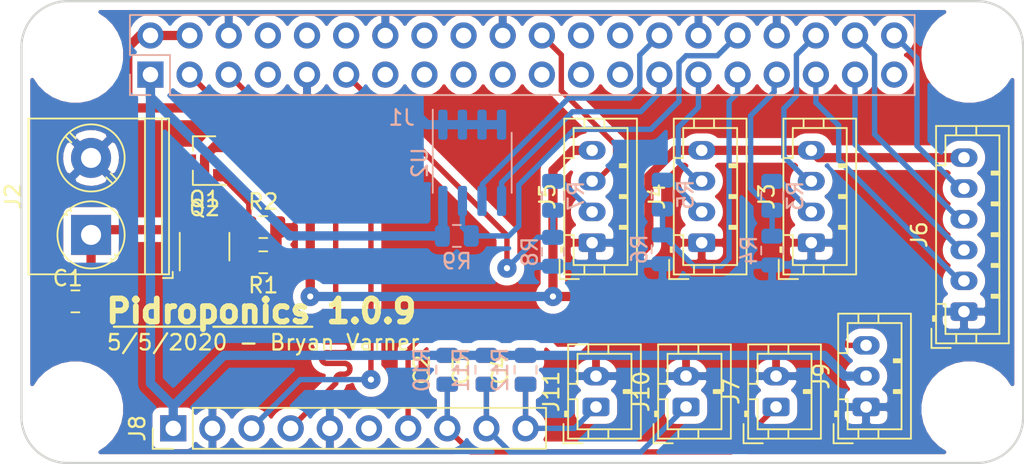
<source format=kicad_pcb>
(kicad_pcb (version 20171130) (host pcbnew 5.1.4+dfsg1-1)
  (title_block (title "Raspberry Pi Zero (W) uHAT Template Board") (date 2019-02-28) (rev 1.0) (comment 1 "This PCB design is licensed under MIT Open Source License."))
  (layers (0 F.Cu signal) (31 B.Cu signal) (34 B.Paste user) (35 F.Paste user) (36 B.SilkS user) (37 F.SilkS user) (38 B.Mask user) (39 F.Mask user) (44 Edge.Cuts user))
  (net 0 "")
  (net 1 +3V3)
  (net 2 +5V)
  (net 3 GND)
  (net 4 /GPIO5)
  (net 5 /GPIO6)
  (net 6 /GPIO13)
  (net 7 /GPIO19)
  (net 8 /GPIO16)
  (net 9 /GPIO26)
  (net 10 /GPIO20)
  (net 11 /GPIO21)
  (net 12 "Net-(Q1-Pad1)")
  (net 13 "Net-(Q2-Pad1)")
  (net 14 /GPIO17)
  (net 15 /GPIO25)
  (net 16 /ECHO_0)
  (net 17 /ECHO_1)
  (net 18 /ECHO_2)
  (net 19 /ID_SD)
  (net 20 /ID_SC)
  (net 21 /GPIO12)
  (net 22 /GPIO2_SDA1)
  (net 23 /GPIO3_SCL1)
  (net 24 /A3)
  (net 25 /A2)
  (net 26 /A1)
  (net 27 /A0)
  (net 28 /EXT5V)
  (module Resistor_SMD:R_0805_2012Metric (layer B.Cu) (at 145.162 115.015 270)
    (fp_text reference R10 (at 0 1.65 270) (layer B.SilkS) (effects (justify mirror)))
    (fp_text value 4.7k)
    (pad 2 smd roundrect (at 0.9375 0 270) (size 0.975 1.4) (layers B.Cu B.Paste B.Mask) (net 26 /A1))
    (pad 1 smd roundrect (at -0.9375 0 270) (size 0.975 1.4) (layers B.Cu B.Paste B.Mask) (net 1 +3V3))
  )
  (module Connector_PinHeader_2.54mm:PinHeader_1x10_P2.54mm_Vertical (layer F.Cu) (at 127.382 118.818 90)
    (fp_text reference J8 (at 0 -2.33 90) (layer F.SilkS))
    (fp_text value "TI ADS1115 Breakout Board")
    (pad 10 thru_hole oval (at 0 22.86 90) (size 1.7 1.7) (drill 1) (layers *.Cu *.Mask) (net 24 /A3))
    (pad 9 thru_hole oval (at 0 20.32 90) (size 1.7 1.7) (drill 1) (layers *.Cu *.Mask) (net 25 /A2))
    (pad 8 thru_hole oval (at 0 17.78 90) (size 1.7 1.7) (drill 1) (layers *.Cu *.Mask) (net 26 /A1))
    (pad 7 thru_hole oval (at 0 15.24 90) (size 1.7 1.7) (drill 1) (layers *.Cu *.Mask) (net 27 /A0))
    (pad 6 thru_hole oval (at 0 12.7 90) (size 1.7 1.7) (drill 1) (layers *.Cu *.Mask))
    (pad 5 thru_hole oval (at 0 10.16 90) (size 1.7 1.7) (drill 1) (layers *.Cu *.Mask) (net 3 GND))
    (pad 4 thru_hole oval (at 0 7.62 90) (size 1.7 1.7) (drill 1) (layers *.Cu *.Mask) (net 22 /GPIO2_SDA1))
    (pad 3 thru_hole oval (at 0 5.08 90) (size 1.7 1.7) (drill 1) (layers *.Cu *.Mask) (net 23 /GPIO3_SCL1))
    (pad 2 thru_hole oval (at 0 2.54 90) (size 1.7 1.7) (drill 1) (layers *.Cu *.Mask) (net 3 GND))
    (pad 1 thru_hole rect (at 0 0 90) (size 1.7 1.7) (drill 1) (layers *.Cu *.Mask) (net 1 +3V3))
  )
  (module Resistor_SMD:R_0805_2012Metric (layer F.Cu) (at 133.224 105.744)
    (fp_text reference R2 (at 0 -1.65 180) (layer F.SilkS))
    (fp_text value 47K)
    (pad 2 smd roundrect (at 0.9375 0) (size 0.975 1.4) (layers F.Cu F.Paste F.Mask) (net 3 GND))
    (pad 1 smd roundrect (at -0.9375 0) (size 0.975 1.4) (layers F.Cu F.Paste F.Mask) (net 12 "Net-(Q1-Pad1)"))
  )
  (module Resistor_SMD:R_0805_2012Metric (layer B.Cu) (at 150.242 115.015 270)
    (fp_text reference R12 (at 0 1.65 270) (layer B.SilkS) (effects (justify mirror)))
    (fp_text value 4.7k)
    (pad 2 smd roundrect (at 0.9375 0 270) (size 0.975 1.4) (layers B.Cu B.Paste B.Mask) (net 24 /A3))
    (pad 1 smd roundrect (at -0.9375 0 270) (size 0.975 1.4) (layers B.Cu B.Paste B.Mask) (net 1 +3V3))
  )
  (module Resistor_SMD:R_0805_2012Metric (layer B.Cu) (at 147.702 115.015 270)
    (fp_text reference R11 (at 0 1.65 270) (layer B.SilkS) (effects (justify mirror)))
    (fp_text value 4.7k)
    (pad 2 smd roundrect (at 0.9375 0 270) (size 0.975 1.4) (layers B.Cu B.Paste B.Mask) (net 25 /A2))
    (pad 1 smd roundrect (at -0.9375 0 270) (size 0.975 1.4) (layers B.Cu B.Paste B.Mask) (net 1 +3V3))
  )
  (module Connector_JST:JST_PH_B2B-PH-K_1x02_P2.00mm_Vertical (layer F.Cu) (at 154.814 117.428 90)
    (fp_text reference J11 (at 1 -2.9 90) (layer F.SilkS))
    (fp_text value "Therm 2")
    (pad 2 thru_hole oval (at 2 0 90) (size 1.2 1.75) (drill 0.75) (layers *.Cu *.Mask) (net 3 GND))
    (pad 1 thru_hole roundrect (at 0 0 90) (size 1.2 1.75) (drill 0.75) (layers *.Cu *.Mask) (roundrect_rratio 0.208333) (net 24 /A3))
  )
  (module Connector_JST:JST_PH_B2B-PH-K_1x02_P2.00mm_Vertical (layer F.Cu) (at 160.656 117.428 90)
    (fp_text reference J10 (at 1 -2.9 90) (layer F.SilkS))
    (fp_text value "Therm 1")
    (pad 2 thru_hole oval (at 2 0 90) (size 1.2 1.75) (drill 0.75) (layers *.Cu *.Mask) (net 3 GND))
    (pad 1 thru_hole roundrect (at 0 0 90) (size 1.2 1.75) (drill 0.75) (layers *.Cu *.Mask) (roundrect_rratio 0.208333) (net 25 /A2))
  )
  (module Connector_JST:JST_PH_B3B-PH-K_1x03_P2.00mm_Vertical (layer F.Cu) (at 172.34 117.428 90)
    (fp_text reference J9 (at 2 -2.9 90) (layer F.SilkS))
    (fp_text value "Analog PH")
    (pad 3 thru_hole oval (at 4 0 90) (size 1.2 1.75) (drill 0.75) (layers *.Cu *.Mask) (net 27 /A0))
    (pad 2 thru_hole oval (at 2 0 90) (size 1.2 1.75) (drill 0.75) (layers *.Cu *.Mask) (net 1 +3V3))
    (pad 1 thru_hole roundrect (at 0 0 90) (size 1.2 1.75) (drill 0.75) (layers *.Cu *.Mask) (roundrect_rratio 0.208333) (net 3 GND))
  )
  (module Connector_JST:JST_PH_B2B-PH-K_1x02_P2.00mm_Vertical (layer F.Cu) (at 166.498 117.428 90)
    (fp_text reference J7 (at 1 -2.9 90) (layer F.SilkS))
    (fp_text value "Therm 0")
    (pad 2 thru_hole oval (at 2 0 90) (size 1.2 1.75) (drill 0.75) (layers *.Cu *.Mask) (net 3 GND))
    (pad 1 thru_hole roundrect (at 0 0 90) (size 1.2 1.75) (drill 0.75) (layers *.Cu *.Mask) (roundrect_rratio 0.208333) (net 26 /A1))
  )
  (module Capacitor_SMD:C_0805_2012Metric (layer F.Cu) (at 150.242 115.015 90)
    (fp_text reference C4 (at 0 -1.65 90) (layer F.SilkS))
    (fp_text value 10uf)
    (pad 2 smd roundrect (at 0.9375 0 90) (size 0.975 1.4) (layers F.Cu F.Paste F.Mask) (net 3 GND))
    (pad 1 smd roundrect (at -0.9375 0 90) (size 0.975 1.4) (layers F.Cu F.Paste F.Mask) (net 24 /A3))
  )
  (module Capacitor_SMD:C_0805_2012Metric (layer F.Cu) (at 147.702 115.015 90)
    (fp_text reference C3 (at 0 -1.65 90) (layer F.SilkS))
    (fp_text value 10uf)
    (pad 2 smd roundrect (at 0.9375 0 90) (size 0.975 1.4) (layers F.Cu F.Paste F.Mask) (net 3 GND))
    (pad 1 smd roundrect (at -0.9375 0 90) (size 0.975 1.4) (layers F.Cu F.Paste F.Mask) (net 25 /A2))
  )
  (module Capacitor_SMD:C_0805_2012Metric (layer F.Cu) (at 145.162 115.015 90)
    (fp_text reference C2 (at 0 -1.65 90) (layer F.SilkS))
    (fp_text value 10uf)
    (pad 2 smd roundrect (at 0.9375 0 90) (size 0.975 1.4) (layers F.Cu F.Paste F.Mask) (net 3 GND))
    (pad 1 smd roundrect (at -0.9375 0 90) (size 0.975 1.4) (layers F.Cu F.Paste F.Mask) (net 26 /A1))
  )
  (module Capacitor_SMD:C_0805_2012Metric (layer F.Cu) (at 121.032 110.57 180)
    (fp_text reference C1 (at 0.5 1.5) (layer F.SilkS))
    (fp_text value 10uf)
    (pad 2 smd roundrect (at 0.9375 0 180) (size 0.975 1.4) (layers F.Cu F.Paste F.Mask) (net 3 GND))
    (pad 1 smd roundrect (at -0.9375 0 180) (size 0.975 1.4) (layers F.Cu F.Paste F.Mask) (net 28 /EXT5V))
  )
  (module Package_TO_SOT_SMD:SOT-23 (layer F.Cu) (at 129.414 101.426 180)
    (fp_text reference Q1 (at 0 -2.5) (layer F.SilkS))
    (fp_text value DMG2305UX-13)
    (pad 3 smd rect (at 1 0 180) (size 0.9 0.8) (layers F.Cu F.Paste F.Mask) (net 28 /EXT5V))
    (pad 2 smd rect (at -1 0.95 180) (size 0.9 0.8) (layers F.Cu F.Paste F.Mask) (net 2 +5V))
    (pad 1 smd rect (at -1 -0.95 180) (size 0.9 0.8) (layers F.Cu F.Paste F.Mask) (net 12 "Net-(Q1-Pad1)"))
  )
  (module lib:PinSocket_2x20_P2.54mm_Vertical_Centered_Anchor (layer B.Cu) (at 125.902 95.838 270)
    (fp_text reference J1 (at 2.8 -16.3) (layer B.SilkS) (effects (justify mirror)))
    (fp_text value GPIO_CONNECTOR)
    (pad 1 thru_hole rect (at 0 0 270) (size 1.7 1.7) (drill 1) (layers *.Cu *.Mask) (net 1 +3V3))
    (pad 2 thru_hole oval (at -2.54 0 270) (size 1.7 1.7) (drill 1) (layers *.Cu *.Mask) (net 2 +5V))
    (pad 3 thru_hole oval (at 0 -2.54 270) (size 1.7 1.7) (drill 1) (layers *.Cu *.Mask) (net 22 /GPIO2_SDA1))
    (pad 4 thru_hole oval (at -2.54 -2.54 270) (size 1.7 1.7) (drill 1) (layers *.Cu *.Mask) (net 2 +5V))
    (pad 5 thru_hole oval (at 0 -5.08 270) (size 1.7 1.7) (drill 1) (layers *.Cu *.Mask) (net 23 /GPIO3_SCL1))
    (pad 6 thru_hole oval (at -2.54 -5.08 270) (size 1.7 1.7) (drill 1) (layers *.Cu *.Mask) (net 3 GND))
    (pad 7 thru_hole oval (at 0 -7.62 270) (size 1.7 1.7) (drill 1) (layers *.Cu *.Mask))
    (pad 8 thru_hole oval (at -2.54 -7.62 270) (size 1.7 1.7) (drill 1) (layers *.Cu *.Mask))
    (pad 9 thru_hole oval (at 0 -10.16 270) (size 1.7 1.7) (drill 1) (layers *.Cu *.Mask) (net 3 GND))
    (pad 10 thru_hole oval (at -2.54 -10.16 270) (size 1.7 1.7) (drill 1) (layers *.Cu *.Mask))
    (pad 11 thru_hole oval (at 0 -12.7 270) (size 1.7 1.7) (drill 1) (layers *.Cu *.Mask) (net 14 /GPIO17))
    (pad 12 thru_hole oval (at -2.54 -12.7 270) (size 1.7 1.7) (drill 1) (layers *.Cu *.Mask))
    (pad 13 thru_hole oval (at 0 -15.24 270) (size 1.7 1.7) (drill 1) (layers *.Cu *.Mask))
    (pad 14 thru_hole oval (at -2.54 -15.24 270) (size 1.7 1.7) (drill 1) (layers *.Cu *.Mask) (net 3 GND))
    (pad 15 thru_hole oval (at 0 -17.78 270) (size 1.7 1.7) (drill 1) (layers *.Cu *.Mask))
    (pad 16 thru_hole oval (at -2.54 -17.78 270) (size 1.7 1.7) (drill 1) (layers *.Cu *.Mask))
    (pad 17 thru_hole oval (at 0 -20.32 270) (size 1.7 1.7) (drill 1) (layers *.Cu *.Mask))
    (pad 18 thru_hole oval (at -2.54 -20.32 270) (size 1.7 1.7) (drill 1) (layers *.Cu *.Mask))
    (pad 19 thru_hole oval (at 0 -22.86 270) (size 1.7 1.7) (drill 1) (layers *.Cu *.Mask))
    (pad 20 thru_hole oval (at -2.54 -22.86 270) (size 1.7 1.7) (drill 1) (layers *.Cu *.Mask) (net 3 GND))
    (pad 21 thru_hole oval (at 0 -25.4 270) (size 1.7 1.7) (drill 1) (layers *.Cu *.Mask))
    (pad 22 thru_hole oval (at -2.54 -25.4 270) (size 1.7 1.7) (drill 1) (layers *.Cu *.Mask) (net 15 /GPIO25))
    (pad 23 thru_hole oval (at 0 -27.94 270) (size 1.7 1.7) (drill 1) (layers *.Cu *.Mask))
    (pad 24 thru_hole oval (at -2.54 -27.94 270) (size 1.7 1.7) (drill 1) (layers *.Cu *.Mask))
    (pad 25 thru_hole oval (at 0 -30.48 270) (size 1.7 1.7) (drill 1) (layers *.Cu *.Mask))
    (pad 26 thru_hole oval (at -2.54 -30.48 270) (size 1.7 1.7) (drill 1) (layers *.Cu *.Mask))
    (pad 27 thru_hole oval (at 0 -33.02 270) (size 1.7 1.7) (drill 1) (layers *.Cu *.Mask) (net 19 /ID_SD))
    (pad 28 thru_hole oval (at -2.54 -33.02 270) (size 1.7 1.7) (drill 1) (layers *.Cu *.Mask) (net 20 /ID_SC))
    (pad 29 thru_hole oval (at 0 -35.56 270) (size 1.7 1.7) (drill 1) (layers *.Cu *.Mask) (net 4 /GPIO5))
    (pad 30 thru_hole oval (at -2.54 -35.56 270) (size 1.7 1.7) (drill 1) (layers *.Cu *.Mask) (net 3 GND))
    (pad 31 thru_hole oval (at 0 -38.1 270) (size 1.7 1.7) (drill 1) (layers *.Cu *.Mask) (net 5 /GPIO6))
    (pad 32 thru_hole oval (at -2.54 -38.1 270) (size 1.7 1.7) (drill 1) (layers *.Cu *.Mask) (net 21 /GPIO12))
    (pad 33 thru_hole oval (at 0 -40.64 270) (size 1.7 1.7) (drill 1) (layers *.Cu *.Mask) (net 6 /GPIO13))
    (pad 34 thru_hole oval (at -2.54 -40.64 270) (size 1.7 1.7) (drill 1) (layers *.Cu *.Mask) (net 3 GND))
    (pad 35 thru_hole oval (at 0 -43.18 270) (size 1.7 1.7) (drill 1) (layers *.Cu *.Mask) (net 7 /GPIO19))
    (pad 36 thru_hole oval (at -2.54 -43.18 270) (size 1.7 1.7) (drill 1) (layers *.Cu *.Mask) (net 8 /GPIO16))
    (pad 37 thru_hole oval (at 0 -45.72 270) (size 1.7 1.7) (drill 1) (layers *.Cu *.Mask) (net 9 /GPIO26))
    (pad 38 thru_hole oval (at -2.54 -45.72 270) (size 1.7 1.7) (drill 1) (layers *.Cu *.Mask) (net 10 /GPIO20))
    (pad 39 thru_hole oval (at 0 -48.26 270) (size 1.7 1.7) (drill 1) (layers *.Cu *.Mask))
    (pad 40 thru_hole oval (at -2.54 -48.26 270) (size 1.7 1.7) (drill 1) (layers *.Cu *.Mask) (net 11 /GPIO21))
  )
  (module TerminalBlock_Phoenix:TerminalBlock_Phoenix_PT-1,5-2-5.0-H_1x02_P5.00mm_Horizontal (layer F.Cu) (at 122.048 106.252 90)
    (fp_text reference J2 (at 2.5 -5.06 90) (layer F.SilkS))
    (fp_text value 1935161)
    (pad 2 thru_hole circle (at 5 0 90) (size 2.6 2.6) (drill 1.3) (layers *.Cu *.Mask) (net 3 GND))
    (pad 1 thru_hole rect (at 0 0 90) (size 2.6 2.6) (drill 1.3) (layers *.Cu *.Mask) (net 28 /EXT5V))
  )
  (module Connector_JST:JST_PH_B4B-PH-K_1x04_P2.00mm_Vertical (layer F.Cu) (at 168.784 106.76 90)
    (fp_text reference J3 (at 3 -2.9 90) (layer F.SilkS))
    (fp_text value "Prox 0")
    (pad 4 thru_hole oval (at 6 0 90) (size 1.2 1.75) (drill 0.75) (layers *.Cu *.Mask) (net 2 +5V))
    (pad 3 thru_hole oval (at 4 0 90) (size 1.2 1.75) (drill 0.75) (layers *.Cu *.Mask) (net 8 /GPIO16))
    (pad 2 thru_hole oval (at 2 0 90) (size 1.2 1.75) (drill 0.75) (layers *.Cu *.Mask) (net 16 /ECHO_0))
    (pad 1 thru_hole roundrect (at 0 0 90) (size 1.2 1.75) (drill 0.75) (layers *.Cu *.Mask) (roundrect_rratio 0.208333) (net 3 GND))
  )
  (module Connector_JST:JST_PH_B4B-PH-K_1x04_P2.00mm_Vertical (layer F.Cu) (at 154.56 106.76 90)
    (fp_text reference J5 (at 3 -2.9 90) (layer F.SilkS))
    (fp_text value "Prox 2")
    (pad 4 thru_hole oval (at 6 0 90) (size 1.2 1.75) (drill 0.75) (layers *.Cu *.Mask) (net 2 +5V))
    (pad 3 thru_hole oval (at 4 0 90) (size 1.2 1.75) (drill 0.75) (layers *.Cu *.Mask) (net 15 /GPIO25))
    (pad 2 thru_hole oval (at 2 0 90) (size 1.2 1.75) (drill 0.75) (layers *.Cu *.Mask) (net 18 /ECHO_2))
    (pad 1 thru_hole roundrect (at 0 0 90) (size 1.2 1.75) (drill 0.75) (layers *.Cu *.Mask) (roundrect_rratio 0.208333) (net 3 GND))
  )
  (module Connector_JST:JST_PH_B6B-PH-K_1x06_P2.00mm_Vertical (layer F.Cu) (at 178.69 111.236 90)
    (fp_text reference J6 (at 5 -2.9 90) (layer F.SilkS))
    (fp_text value "4 Chan Relay")
    (pad 6 thru_hole oval (at 10 0 90) (size 1.2 1.75) (drill 0.75) (layers *.Cu *.Mask) (net 2 +5V))
    (pad 5 thru_hole oval (at 8 0 90) (size 1.2 1.75) (drill 0.75) (layers *.Cu *.Mask) (net 11 /GPIO21))
    (pad 4 thru_hole oval (at 6 0 90) (size 1.2 1.75) (drill 0.75) (layers *.Cu *.Mask) (net 10 /GPIO20))
    (pad 3 thru_hole oval (at 4 0 90) (size 1.2 1.75) (drill 0.75) (layers *.Cu *.Mask) (net 9 /GPIO26))
    (pad 2 thru_hole oval (at 2 0 90) (size 1.2 1.75) (drill 0.75) (layers *.Cu *.Mask) (net 7 /GPIO19))
    (pad 1 thru_hole roundrect (at 0 0 90) (size 1.2 1.75) (drill 0.75) (layers *.Cu *.Mask) (roundrect_rratio 0.208333) (net 3 GND))
  )
  (module Connector_JST:JST_PH_B4B-PH-K_1x04_P2.00mm_Vertical (layer F.Cu) (at 161.672 106.76 90)
    (fp_text reference J4 (at 3 -2.9 90) (layer F.SilkS))
    (fp_text value "Prox 1")
    (pad 4 thru_hole oval (at 6 0 90) (size 1.2 1.75) (drill 0.75) (layers *.Cu *.Mask) (net 2 +5V))
    (pad 3 thru_hole oval (at 4 0 90) (size 1.2 1.75) (drill 0.75) (layers *.Cu *.Mask) (net 4 /GPIO5))
    (pad 2 thru_hole oval (at 2 0 90) (size 1.2 1.75) (drill 0.75) (layers *.Cu *.Mask) (net 17 /ECHO_1))
    (pad 1 thru_hole roundrect (at 0 0 90) (size 1.2 1.75) (drill 0.75) (layers *.Cu *.Mask) (roundrect_rratio 0.208333) (net 3 GND))
  )
  (module Package_TO_SOT_SMD:SOT-23-6 (layer F.Cu) (at 129.414 107.014 90)
    (fp_text reference Q2 (at 2.5 0 180) (layer F.SilkS))
    (fp_text value DMMT5401)
    (pad 5 smd rect (at 1.1 0 90) (size 1.06 0.65) (layers F.Cu F.Paste F.Mask) (net 2 +5V))
    (pad 6 smd rect (at 1.1 -0.95 90) (size 1.06 0.65) (layers F.Cu F.Paste F.Mask) (net 28 /EXT5V))
    (pad 4 smd rect (at 1.1 0.95 90) (size 1.06 0.65) (layers F.Cu F.Paste F.Mask) (net 12 "Net-(Q1-Pad1)"))
    (pad 3 smd rect (at -1.1 0.95 90) (size 1.06 0.65) (layers F.Cu F.Paste F.Mask) (net 13 "Net-(Q2-Pad1)"))
    (pad 2 smd rect (at -1.1 0 90) (size 1.06 0.65) (layers F.Cu F.Paste F.Mask) (net 13 "Net-(Q2-Pad1)"))
    (pad 1 smd rect (at -1.1 -0.95 90) (size 1.06 0.65) (layers F.Cu F.Paste F.Mask) (net 13 "Net-(Q2-Pad1)"))
  )
  (module Resistor_SMD:R_0805_2012Metric (layer B.Cu) (at 166.244 103.712 270)
    (fp_text reference R3 (at 0 -1.5 270) (layer B.SilkS) (effects (justify mirror)))
    (fp_text value 3k)
    (pad 2 smd roundrect (at 0.9375 0 270) (size 0.975 1.4) (layers B.Cu B.Paste B.Mask) (net 6 /GPIO13))
    (pad 1 smd roundrect (at -0.9375 0 270) (size 0.975 1.4) (layers B.Cu B.Paste B.Mask) (net 16 /ECHO_0))
  )
  (module Resistor_SMD:R_0805_2012Metric (layer B.Cu) (at 166.244 107.268 270)
    (fp_text reference R4 (at 0 1.5 270) (layer B.SilkS) (effects (justify mirror)))
    (fp_text value 3.9k)
    (pad 2 smd roundrect (at 0.9375 0 270) (size 0.975 1.4) (layers B.Cu B.Paste B.Mask) (net 3 GND))
    (pad 1 smd roundrect (at -0.9375 0 270) (size 0.975 1.4) (layers B.Cu B.Paste B.Mask) (net 6 /GPIO13))
  )
  (module Resistor_SMD:R_0805_2012Metric (layer B.Cu) (at 159.132 103.6335 270)
    (fp_text reference R5 (at 0 -1.5 270) (layer B.SilkS) (effects (justify mirror)))
    (fp_text value 3k)
    (pad 2 smd roundrect (at 0.9375 0 270) (size 0.975 1.4) (layers B.Cu B.Paste B.Mask) (net 5 /GPIO6))
    (pad 1 smd roundrect (at -0.9375 0 270) (size 0.975 1.4) (layers B.Cu B.Paste B.Mask) (net 17 /ECHO_1))
  )
  (module Resistor_SMD:R_0805_2012Metric (layer B.Cu) (at 159.132 107.1895 270)
    (fp_text reference R6 (at 0 1.5 270) (layer B.SilkS) (effects (justify mirror)))
    (fp_text value 3.9k)
    (pad 2 smd roundrect (at 0.9375 0 270) (size 0.975 1.4) (layers B.Cu B.Paste B.Mask) (net 3 GND))
    (pad 1 smd roundrect (at -0.9375 0 270) (size 0.975 1.4) (layers B.Cu B.Paste B.Mask) (net 5 /GPIO6))
  )
  (module Resistor_SMD:R_0805_2012Metric (layer B.Cu) (at 152.02 103.712 270)
    (fp_text reference R7 (at 0 -1.5 270) (layer B.SilkS) (effects (justify mirror)))
    (fp_text value 3k)
    (pad 2 smd roundrect (at 0.9375 0 270) (size 0.975 1.4) (layers B.Cu B.Paste B.Mask) (net 14 /GPIO17))
    (pad 1 smd roundrect (at -0.9375 0 270) (size 0.975 1.4) (layers B.Cu B.Paste B.Mask) (net 18 /ECHO_2))
  )
  (module Resistor_SMD:R_0805_2012Metric (layer B.Cu) (at 152.02 107.3465 270)
    (fp_text reference R8 (at 0 1.5 270) (layer B.SilkS) (effects (justify mirror)))
    (fp_text value 3.9k)
    (pad 2 smd roundrect (at 0.9375 0 270) (size 0.975 1.4) (layers B.Cu B.Paste B.Mask) (net 3 GND))
    (pad 1 smd roundrect (at -0.9375 0 270) (size 0.975 1.4) (layers B.Cu B.Paste B.Mask) (net 14 /GPIO17))
  )
  (module Resistor_SMD:R_0805_2012Metric (layer B.Cu) (at 145.782 106.318)
    (fp_text reference R9 (at 0 1.65 180) (layer B.SilkS) (effects (justify mirror)))
    (fp_text value 10K)
    (pad 2 smd roundrect (at 0.9375 0) (size 0.975 1.4) (layers B.Cu B.Paste B.Mask) (net 21 /GPIO12))
    (pad 1 smd roundrect (at -0.9375 0) (size 0.975 1.4) (layers B.Cu B.Paste B.Mask) (net 1 +3V3))
  )
  (module Package_SO:SOIC-8_3.9x4.9mm_P1.27mm (layer B.Cu) (at 146.782 101.568 270)
    (fp_text reference U2 (at 0 3.4 270) (layer B.SilkS) (effects (justify mirror)))
    (fp_text value CAT24C32)
    (pad 8 smd roundrect (at 2.475 1.905 270) (size 1.95 0.6) (layers B.Cu B.Paste B.Mask) (net 1 +3V3))
    (pad 7 smd roundrect (at 2.475 0.635 270) (size 1.95 0.6) (layers B.Cu B.Paste B.Mask) (net 21 /GPIO12))
    (pad 6 smd roundrect (at 2.475 -0.635 270) (size 1.95 0.6) (layers B.Cu B.Paste B.Mask) (net 20 /ID_SC))
    (pad 5 smd roundrect (at 2.475 -1.905 270) (size 1.95 0.6) (layers B.Cu B.Paste B.Mask) (net 19 /ID_SD))
    (pad 4 smd roundrect (at -2.475 -1.905 270) (size 1.95 0.6) (layers B.Cu B.Paste B.Mask) (net 3 GND))
    (pad 3 smd roundrect (at -2.475 -0.635 270) (size 1.95 0.6) (layers B.Cu B.Paste B.Mask) (net 3 GND))
    (pad 2 smd roundrect (at -2.475 0.635 270) (size 1.95 0.6) (layers B.Cu B.Paste B.Mask) (net 3 GND))
    (pad 1 smd roundrect (at -2.475 1.905 270) (size 1.95 0.6) (layers B.Cu B.Paste B.Mask) (net 3 GND))
  )
  (module Resistor_SMD:R_0805_2012Metric (layer F.Cu) (at 133.224 108.03)
    (fp_text reference R1 (at 0 1.5) (layer F.SilkS))
    (fp_text value 10K)
    (pad 2 smd roundrect (at 0.9375 0) (size 0.975 1.4) (layers F.Cu F.Paste F.Mask) (net 3 GND))
    (pad 1 smd roundrect (at -0.9375 0) (size 0.975 1.4) (layers F.Cu F.Paste F.Mask) (net 13 "Net-(Q2-Pad1)"))
  )
  (module lib:MountingHole_2.7mm_M2.5_uHAT_RPi (layer F.Cu) (at 121.032 94.568)
    (fp_text reference H1 hide)
    (fp_text value MountingHole hide)
    (pad "" np_thru_hole circle (at 0 0) (size 2.7 2.7) (drill 2.7) (layers *.Cu *.Mask) (clearance 1.75))
  )
  (module lib:MountingHole_2.7mm_M2.5_uHAT_RPi (layer F.Cu) (at 179.032 94.568)
    (fp_text reference H2 hide)
    (fp_text value MountingHole hide)
    (pad "" np_thru_hole circle (at 0 0) (size 2.7 2.7) (drill 2.7) (layers *.Cu *.Mask) (clearance 1.75))
  )
  (module lib:MountingHole_2.7mm_M2.5_uHAT_RPi (layer F.Cu) (at 179.032 117.568)
    (fp_text reference H3 hide)
    (fp_text value MountingHole hide)
    (pad "" np_thru_hole circle (at 0 0) (size 2.7 2.7) (drill 2.7) (layers *.Cu *.Mask) (clearance 1.75))
  )
  (module lib:MountingHole_2.7mm_M2.5_uHAT_RPi (layer F.Cu) (at 121.032 117.568)
    (fp_text reference H4 hide)
    (fp_text value MountingHole hide)
    (pad "" np_thru_hole circle (at 0 0) (size 2.7 2.7) (drill 2.7) (layers *.Cu *.Mask) (clearance 1.75))
  )
  (gr_line (start 129.988986 112.219288) (end 136.399 112.221) (layer F.SilkS) (width 0.15))
  (gr_line (start 123.533388 112.216347) (end 129.106542 112.216347) (layer F.SilkS) (width 0.15))
  (gr_text "5/5/2020 - Bryan Varner" (at 133.224 113.237) (layer F.SilkS) (effects (font (size 1 1))))
  (gr_text "Pidroponics 1.0.9" (at 133.097 111.205) (layer F.SilkS) (effects (font (size 1.5 1.5) (thickness 0.375))))
  (gr_line (start 121.032 121.068) (end 120.532 121.068) (layer Edge.Cuts) (width 0.15))
  (gr_line (start 179.032 121.068) (end 179.532 121.068) (layer Edge.Cuts) (width 0.15))
  (gr_line (start 182.532 94.068) (end 182.532 118.068) (layer Edge.Cuts) (width 0.15))
  (gr_line (start 120.532 91.068) (end 179.532 91.068) (layer Edge.Cuts) (width 0.15))
  (gr_line (start 117.532 118.068) (end 117.532 94.068) (layer Edge.Cuts) (width 0.15))
  (gr_arc (start 120.532 94.068) (end 120.532 91.068) (angle -90) (layer Edge.Cuts) (width 0.15))
  (gr_arc (start 120.532 118.068) (end 117.532 118.068) (angle -90) (layer Edge.Cuts) (width 0.15))
  (gr_arc (start 179.532 118.068) (end 179.532 121.068) (angle -90) (layer Edge.Cuts) (width 0.15))
  (gr_arc (start 179.532 94.068) (end 182.532 94.068) (angle -90) (layer Edge.Cuts) (width 0.15))
  (gr_line (start 121.032 121.068) (end 179.032 121.068) (layer Edge.Cuts) (width 0.15))
  (segment (start 144.257 106.318) (end 144.8445 106.318) (width 0.6) (layer B.Cu) (net 1))
  (segment (start 134.932 106.318) (end 144.257 106.318) (width 0.6) (layer B.Cu) (net 1))
  (segment (start 125.902 97.288) (end 134.932 106.318) (width 0.6) (layer B.Cu) (net 1))
  (segment (start 125.902 95.838) (end 125.902 97.288) (width 0.6) (layer B.Cu) (net 1))
  (segment (start 125.902 115.888) (end 125.902 108.328) (width 0.6) (layer B.Cu) (net 1))
  (segment (start 127.382 117.368) (end 125.902 115.888) (width 0.6) (layer B.Cu) (net 1))
  (segment (start 125.902 95.838) (end 125.902 108.328) (width 0.6) (layer B.Cu) (net 1))
  (segment (start 130.6725 114.0775) (end 144.362 114.0775) (width 0.6) (layer B.Cu) (net 1))
  (segment (start 144.362 114.0775) (end 145.162 114.0775) (width 0.6) (layer B.Cu) (net 1))
  (segment (start 127.382 117.368) (end 130.6725 114.0775) (width 0.6) (layer B.Cu) (net 1))
  (segment (start 127.382 118.818) (end 127.382 117.368) (width 0.6) (layer B.Cu) (net 1))
  (segment (start 145.162 114.0775) (end 147.702 114.0775) (width 0.6) (layer B.Cu) (net 1))
  (segment (start 147.702 114.0775) (end 150.242 114.0775) (width 0.6) (layer B.Cu) (net 1))
  (segment (start 151.042 114.0775) (end 150.242 114.0775) (width 0.6) (layer B.Cu) (net 1))
  (segment (start 169.6245 114.0775) (end 151.042 114.0775) (width 0.6) (layer B.Cu) (net 1))
  (segment (start 172.34 115.428) (end 170.975 115.428) (width 0.6) (layer B.Cu) (net 1))
  (segment (start 170.975 115.428) (end 169.6245 114.0775) (width 0.6) (layer B.Cu) (net 1))
  (segment (start 144.877 106.2855) (end 144.8445 106.318) (width 0.6) (layer B.Cu) (net 1))
  (segment (start 144.877 104.043) (end 144.877 106.2855) (width 0.6) (layer B.Cu) (net 1))
  (segment (start 128.442 93.298) (end 125.902 93.298) (width 0.6) (layer F.Cu) (net 2))
  (segment (start 169.26 101.236) (end 168.784 100.76) (width 0.6) (layer F.Cu) (net 2))
  (segment (start 178.69 101.236) (end 169.26 101.236) (width 0.6) (layer F.Cu) (net 2))
  (segment (start 167.309 100.76) (end 161.672 100.76) (width 0.6) (layer F.Cu) (net 2))
  (segment (start 168.784 100.76) (end 167.309 100.76) (width 0.6) (layer F.Cu) (net 2))
  (segment (start 129.414 104.784) (end 129.414 105.914) (width 0.6) (layer F.Cu) (net 2))
  (segment (start 129.414 101.172) (end 129.414 104.784) (width 0.6) (layer F.Cu) (net 2))
  (segment (start 130.11 100.476) (end 129.414 101.172) (width 0.6) (layer F.Cu) (net 2))
  (segment (start 130.414 100.476) (end 130.11 100.476) (width 0.6) (layer F.Cu) (net 2))
  (segment (start 130.414 99.476) (end 130.414 100.476) (width 0.6) (layer F.Cu) (net 2))
  (segment (start 125.223 93.298) (end 124.432001 94.088999) (width 0.6) (layer F.Cu) (net 2))
  (segment (start 125.902 93.298) (end 125.223 93.298) (width 0.6) (layer F.Cu) (net 2))
  (segment (start 124.432001 94.088999) (end 124.432001 97.460001) (width 0.6) (layer F.Cu) (net 2))
  (segment (start 128.943001 98.005001) (end 130.414 99.476) (width 0.6) (layer F.Cu) (net 2))
  (segment (start 124.977001 98.005001) (end 128.943001 98.005001) (width 0.6) (layer F.Cu) (net 2))
  (segment (start 124.432001 97.460001) (end 124.977001 98.005001) (width 0.6) (layer F.Cu) (net 2))
  (via (at 152.02 110.2525) (size 1.25) (drill 0.4) (layers F.Cu B.Cu) (net 2))
  (via (at 136.272 110.252504) (size 1.25) (drill 0.4) (layers F.Cu B.Cu) (net 2))
  (segment (start 136.272 109.368621) (end 136.272 110.252504) (width 0.6) (layer F.Cu) (net 2))
  (segment (start 152.02 110.2525) (end 136.272004 110.2525) (width 0.6) (layer B.Cu) (net 2))
  (segment (start 136.272004 110.2525) (end 136.272 110.252504) (width 0.6) (layer B.Cu) (net 2))
  (segment (start 136.272 105.284) (end 136.272 109.368621) (width 0.6) (layer F.Cu) (net 2))
  (segment (start 131.464 100.476) (end 136.272 105.284) (width 0.6) (layer F.Cu) (net 2))
  (segment (start 130.414 100.476) (end 131.464 100.476) (width 0.6) (layer F.Cu) (net 2))
  (segment (start 159.925 100.76) (end 161.672 100.76) (width 0.6) (layer F.Cu) (net 2))
  (segment (start 158.243 102.442) (end 159.925 100.76) (width 0.6) (layer F.Cu) (net 2))
  (segment (start 158.243 106.887) (end 158.243 102.442) (width 0.6) (layer F.Cu) (net 2))
  (segment (start 154.56 100.76) (end 153.321 100.76) (width 0.6) (layer F.Cu) (net 2))
  (segment (start 152.02 110.2525) (end 154.8775 110.2525) (width 0.6) (layer F.Cu) (net 2))
  (segment (start 153.321 100.76) (end 152.02 102.061) (width 0.6) (layer F.Cu) (net 2))
  (segment (start 152.02 102.061) (end 152.02 110.2525) (width 0.6) (layer F.Cu) (net 2))
  (segment (start 154.8775 110.2525) (end 158.243 106.887) (width 0.6) (layer F.Cu) (net 2))
  (segment (start 148.687 99.093) (end 147.417 99.093) (width 0.6) (layer B.Cu) (net 3))
  (segment (start 147.417 99.093) (end 146.147 99.093) (width 0.6) (layer B.Cu) (net 3))
  (segment (start 146.147 99.093) (end 144.877 99.093) (width 0.6) (layer B.Cu) (net 3))
  (segment (start 143.845 99.093) (end 143.47429 98.72229) (width 0.6) (layer B.Cu) (net 3))
  (segment (start 144.877 99.093) (end 143.845 99.093) (width 0.6) (layer B.Cu) (net 3))
  (segment (start 160.148 99.267) (end 160.148 101.511) (width 0.35) (layer B.Cu) (net 4))
  (segment (start 160.148 101.511) (end 161.397 102.76) (width 0.35) (layer B.Cu) (net 4))
  (segment (start 161.462 95.838) (end 161.462 97.953) (width 0.35) (layer B.Cu) (net 4))
  (segment (start 161.397 102.76) (end 161.672 102.76) (width 0.35) (layer B.Cu) (net 4))
  (segment (start 161.462 97.953) (end 160.148 99.267) (width 0.35) (layer B.Cu) (net 4))
  (segment (start 159.132 104.571) (end 159.132 106.252) (width 0.35) (layer B.Cu) (net 5))
  (segment (start 164.002 97.040081) (end 163.45 97.592081) (width 0.35) (layer B.Cu) (net 5))
  (segment (start 162.942 108.284) (end 161.164 108.284) (width 0.35) (layer B.Cu) (net 5))
  (segment (start 164.002 95.838) (end 164.002 97.040081) (width 0.35) (layer B.Cu) (net 5))
  (segment (start 163.45 107.776) (end 162.942 108.284) (width 0.35) (layer B.Cu) (net 5))
  (segment (start 161.164 108.284) (end 159.132 106.252) (width 0.35) (layer B.Cu) (net 5))
  (segment (start 163.45 97.592081) (end 163.45 107.776) (width 0.35) (layer B.Cu) (net 5))
  (segment (start 166.371 96.981) (end 166.371 96.009) (width 0.35) (layer B.Cu) (net 6))
  (segment (start 166.371 96.009) (end 166.542 95.838) (width 0.35) (layer B.Cu) (net 6))
  (segment (start 164.847 98.505) (end 166.371 96.981) (width 0.35) (layer B.Cu) (net 6))
  (segment (start 166.244 104.6495) (end 164.847 103.2525) (width 0.35) (layer B.Cu) (net 6))
  (segment (start 164.847 103.2525) (end 164.847 98.505) (width 0.35) (layer B.Cu) (net 6))
  (segment (start 166.244 104.6495) (end 166.244 106.3305) (width 0.35) (layer B.Cu) (net 6))
  (segment (start 170.562 101.383) (end 178.415 109.236) (width 0.35) (layer B.Cu) (net 7))
  (segment (start 178.415 109.236) (end 178.69 109.236) (width 0.35) (layer B.Cu) (net 7))
  (segment (start 170.562 99.14) (end 170.562 101.383) (width 0.35) (layer B.Cu) (net 7))
  (segment (start 169.082 95.838) (end 169.082 97.66) (width 0.35) (layer B.Cu) (net 7))
  (segment (start 169.082 97.66) (end 170.562 99.14) (width 0.35) (layer B.Cu) (net 7))
  (segment (start 167.006 98.036501) (end 167.818195 97.224306) (width 0.35) (layer B.Cu) (net 8))
  (segment (start 168.784 102.76) (end 168.594 102.76) (width 0.35) (layer B.Cu) (net 8))
  (segment (start 167.818195 97.224306) (end 167.818195 94.561805) (width 0.35) (layer B.Cu) (net 8))
  (segment (start 168.594 102.76) (end 167.006 101.172) (width 0.35) (layer B.Cu) (net 8))
  (segment (start 167.818195 94.561805) (end 168.232001 94.147999) (width 0.35) (layer B.Cu) (net 8))
  (segment (start 168.232001 94.147999) (end 169.082 93.298) (width 0.35) (layer B.Cu) (net 8))
  (segment (start 167.006 101.172) (end 167.006 98.036501) (width 0.35) (layer B.Cu) (net 8))
  (segment (start 171.622 97.040081) (end 171.622 95.838) (width 0.35) (layer B.Cu) (net 9))
  (segment (start 171.622 100.37229) (end 171.622 97.040081) (width 0.35) (layer B.Cu) (net 9))
  (segment (start 178.48571 107.236) (end 171.622 100.37229) (width 0.35) (layer B.Cu) (net 9))
  (segment (start 178.69 107.236) (end 178.48571 107.236) (width 0.35) (layer B.Cu) (net 9))
  (segment (start 178.415 105.236) (end 178.69 105.236) (width 0.35) (layer B.Cu) (net 10))
  (segment (start 172.89094 99.71194) (end 178.415 105.236) (width 0.35) (layer B.Cu) (net 10))
  (segment (start 171.622 93.298) (end 172.89094 94.56694) (width 0.35) (layer B.Cu) (net 10))
  (segment (start 172.89094 94.56694) (end 172.89094 99.71194) (width 0.35) (layer B.Cu) (net 10))
  (segment (start 175.642 100.463) (end 175.642 94.778) (width 0.35) (layer B.Cu) (net 11))
  (segment (start 175.642 94.778) (end 175.011999 94.147999) (width 0.35) (layer B.Cu) (net 11))
  (segment (start 178.69 103.236) (end 178.415 103.236) (width 0.35) (layer B.Cu) (net 11))
  (segment (start 175.011999 94.147999) (end 174.162 93.298) (width 0.35) (layer B.Cu) (net 11))
  (segment (start 178.415 103.236) (end 175.642 100.463) (width 0.35) (layer B.Cu) (net 11))
  (segment (start 132.1165 105.914) (end 132.2865 105.744) (width 0.35) (layer F.Cu) (net 12))
  (segment (start 130.364 105.914) (end 132.1165 105.914) (width 0.35) (layer F.Cu) (net 12))
  (segment (start 130.464 102.376) (end 130.414 102.376) (width 0.35) (layer F.Cu) (net 12))
  (segment (start 132.2865 105.744) (end 132.2865 104.1985) (width 0.35) (layer F.Cu) (net 12))
  (segment (start 132.2865 104.1985) (end 130.464 102.376) (width 0.35) (layer F.Cu) (net 12))
  (segment (start 132.2025 108.114) (end 132.2865 108.03) (width 0.35) (layer F.Cu) (net 13))
  (segment (start 128.464 108.114) (end 132.2025 108.114) (width 0.35) (layer F.Cu) (net 13))
  (segment (start 152.02 104.6495) (end 152.02 106.409) (width 0.35) (layer B.Cu) (net 14))
  (segment (start 151.0375 106.409) (end 149.435499 108.011001) (width 0.35) (layer B.Cu) (net 14))
  (segment (start 149.0355 106.2715) (end 149.0355 107.845315) (width 0.35) (layer F.Cu) (net 14))
  (segment (start 152.02 106.409) (end 151.0375 106.409) (width 0.35) (layer B.Cu) (net 14))
  (segment (start 138.602 95.838) (end 149.0355 106.2715) (width 0.35) (layer F.Cu) (net 14))
  (segment (start 149.0355 107.845315) (end 149.0355 108.411) (width 0.35) (layer F.Cu) (net 14))
  (segment (start 149.435499 108.011001) (end 149.0355 108.411) (width 0.35) (layer B.Cu) (net 14))
  (segment (start 149.0355 108.411) (end 149.0355 108.411) (width 0.35) (layer F.Cu) (net 14))
  (via (at 149.0355 108.411) (size 1.25) (drill 0.4) (layers F.Cu B.Cu) (net 14))
  (segment (start 152.564411 94.560411) (end 152.564411 96.890411) (width 0.35) (layer F.Cu) (net 15))
  (segment (start 154.835 102.76) (end 154.56 102.76) (width 0.35) (layer F.Cu) (net 15))
  (segment (start 151.302 93.298) (end 152.564411 94.560411) (width 0.35) (layer F.Cu) (net 15))
  (segment (start 152.564411 96.890411) (end 156.084 100.41) (width 0.35) (layer F.Cu) (net 15))
  (segment (start 156.084 100.41) (end 156.084 101.511) (width 0.35) (layer F.Cu) (net 15))
  (segment (start 156.084 101.511) (end 154.835 102.76) (width 0.35) (layer F.Cu) (net 15))
  (segment (start 166.7985 102.7745) (end 168.784 104.76) (width 0.35) (layer B.Cu) (net 16))
  (segment (start 166.244 102.7745) (end 166.7985 102.7745) (width 0.35) (layer B.Cu) (net 16))
  (segment (start 159.608 102.696) (end 161.672 104.76) (width 0.35) (layer B.Cu) (net 17))
  (segment (start 159.132 102.696) (end 159.608 102.696) (width 0.35) (layer B.Cu) (net 17))
  (segment (start 152.5745 102.7745) (end 154.56 104.76) (width 0.35) (layer B.Cu) (net 18))
  (segment (start 152.02 102.7745) (end 152.5745 102.7745) (width 0.35) (layer B.Cu) (net 18))
  (segment (start 157.711081 98.251) (end 153.29 98.251) (width 0.35) (layer B.Cu) (net 19))
  (segment (start 148.687 102.854) (end 148.687 104.043) (width 0.35) (layer B.Cu) (net 19))
  (segment (start 153.29 98.251) (end 148.687 102.854) (width 0.35) (layer B.Cu) (net 19))
  (segment (start 158.922 95.838) (end 158.922 97.040081) (width 0.35) (layer B.Cu) (net 19))
  (segment (start 158.922 97.040081) (end 157.711081 98.251) (width 0.35) (layer B.Cu) (net 19))
  (segment (start 157.652904 96.682096) (end 157.652904 94.567096) (width 0.35) (layer B.Cu) (net 20))
  (segment (start 147.448 104.012) (end 147.448 102.95) (width 0.35) (layer B.Cu) (net 20))
  (segment (start 158.072001 94.147999) (end 158.922 93.298) (width 0.35) (layer B.Cu) (net 20))
  (segment (start 147.417 104.043) (end 147.448 104.012) (width 0.35) (layer B.Cu) (net 20))
  (segment (start 147.448 102.95) (end 153.036 97.362) (width 0.35) (layer B.Cu) (net 20))
  (segment (start 157.652904 94.567096) (end 158.072001 94.147999) (width 0.35) (layer B.Cu) (net 20))
  (segment (start 156.973 97.362) (end 157.652904 96.682096) (width 0.35) (layer B.Cu) (net 20))
  (segment (start 153.036 97.362) (end 156.973 97.362) (width 0.35) (layer B.Cu) (net 20))
  (segment (start 146.147 105.7455) (end 146.7195 106.318) (width 0.35) (layer B.Cu) (net 21))
  (segment (start 146.147 104.043) (end 146.147 105.7455) (width 0.35) (layer B.Cu) (net 21))
  (segment (start 160.198824 97.565176) (end 160.198824 95.066676) (width 0.35) (layer B.Cu) (net 21))
  (segment (start 163.152001 94.147999) (end 164.002 93.298) (width 0.35) (layer B.Cu) (net 21))
  (segment (start 158.37 99.394) (end 160.198824 97.565176) (width 0.35) (layer B.Cu) (net 21))
  (segment (start 149.805111 105.668885) (end 149.805111 103.005889) (width 0.35) (layer B.Cu) (net 21))
  (segment (start 162.687001 94.612999) (end 163.152001 94.147999) (width 0.35) (layer B.Cu) (net 21))
  (segment (start 160.198824 95.066676) (end 160.652501 94.612999) (width 0.35) (layer B.Cu) (net 21))
  (segment (start 146.7195 106.318) (end 149.155996 106.318) (width 0.35) (layer B.Cu) (net 21))
  (segment (start 153.417 99.394) (end 158.37 99.394) (width 0.35) (layer B.Cu) (net 21))
  (segment (start 149.805111 103.005889) (end 153.417 99.394) (width 0.35) (layer B.Cu) (net 21))
  (segment (start 160.652501 94.612999) (end 162.687001 94.612999) (width 0.35) (layer B.Cu) (net 21))
  (segment (start 149.155996 106.318) (end 149.805111 105.668885) (width 0.35) (layer B.Cu) (net 21))
  (segment (start 129.291999 96.687999) (end 128.442 95.838) (width 0.35) (layer F.Cu) (net 22))
  (segment (start 137.923 105.319) (end 129.291999 96.687999) (width 0.35) (layer F.Cu) (net 22))
  (segment (start 137.923 112.15) (end 137.923 105.319) (width 0.35) (layer F.Cu) (net 22))
  (segment (start 137.88834 112.301859) (end 137.914225 112.227882) (width 0.35) (layer F.Cu) (net 22))
  (segment (start 137.791222 112.423641) (end 137.846642 112.368221) (width 0.35) (layer F.Cu) (net 22))
  (segment (start 137.270527 112.508775) (end 137.348409 112.5) (width 0.35) (layer F.Cu) (net 22))
  (segment (start 137.03307 112.69814) (end 137.074768 112.631778) (width 0.35) (layer F.Cu) (net 22))
  (segment (start 137.007185 112.772117) (end 137.03307 112.69814) (width 0.35) (layer F.Cu) (net 22))
  (segment (start 137.03307 113.001859) (end 137.007185 112.927882) (width 0.35) (layer F.Cu) (net 22))
  (segment (start 137.074768 113.068221) (end 137.03307 113.001859) (width 0.35) (layer F.Cu) (net 22))
  (segment (start 137.130188 113.123641) (end 137.074768 113.068221) (width 0.35) (layer F.Cu) (net 22))
  (segment (start 137.270527 113.191224) (end 137.19655 113.165339) (width 0.35) (layer F.Cu) (net 22))
  (segment (start 137.348409 113.2) (end 137.270527 113.191224) (width 0.35) (layer F.Cu) (net 22))
  (segment (start 138.497591 113.2) (end 137.348409 113.2) (width 0.35) (layer F.Cu) (net 22))
  (segment (start 138.575473 113.208775) (end 138.497591 113.2) (width 0.35) (layer F.Cu) (net 22))
  (segment (start 137.72486 112.465339) (end 137.791222 112.423641) (width 0.35) (layer F.Cu) (net 22))
  (segment (start 137.573 112.5) (end 137.650883 112.491224) (width 0.35) (layer F.Cu) (net 22))
  (segment (start 138.715812 113.276358) (end 138.64945 113.23466) (width 0.35) (layer F.Cu) (net 22))
  (segment (start 138.64945 113.23466) (end 138.575473 113.208775) (width 0.35) (layer F.Cu) (net 22))
  (segment (start 138.771232 113.331778) (end 138.715812 113.276358) (width 0.35) (layer F.Cu) (net 22))
  (segment (start 138.81293 113.39814) (end 138.771232 113.331778) (width 0.35) (layer F.Cu) (net 22))
  (segment (start 138.847591 113.55) (end 138.838815 113.472117) (width 0.35) (layer F.Cu) (net 22))
  (segment (start 136.998409 112.85) (end 137.007185 112.772117) (width 0.35) (layer F.Cu) (net 22))
  (segment (start 138.847591 114.95) (end 138.838815 114.872117) (width 0.35) (layer F.Cu) (net 22))
  (segment (start 138.64945 114.63466) (end 138.575473 114.608775) (width 0.35) (layer F.Cu) (net 22))
  (segment (start 138.273 115.3) (end 138.497591 115.3) (width 0.35) (layer F.Cu) (net 22))
  (segment (start 138.838815 115.027882) (end 138.847591 114.95) (width 0.35) (layer F.Cu) (net 22))
  (segment (start 137.130188 112.576358) (end 137.19655 112.53466) (width 0.35) (layer F.Cu) (net 22))
  (segment (start 138.64945 115.265339) (end 138.715812 115.223641) (width 0.35) (layer F.Cu) (net 22))
  (segment (start 138.497591 114.6) (end 137.348409 114.6) (width 0.35) (layer F.Cu) (net 22))
  (segment (start 138.838815 113.627882) (end 138.847591 113.55) (width 0.35) (layer F.Cu) (net 22))
  (segment (start 138.771232 114.731778) (end 138.715812 114.676358) (width 0.35) (layer F.Cu) (net 22))
  (segment (start 137.03307 114.09814) (end 137.074768 114.031778) (width 0.35) (layer F.Cu) (net 22))
  (segment (start 138.838815 114.872117) (end 138.81293 114.79814) (width 0.35) (layer F.Cu) (net 22))
  (segment (start 137.348409 112.5) (end 137.573 112.5) (width 0.35) (layer F.Cu) (net 22))
  (segment (start 138.715812 115.223641) (end 138.771232 115.168221) (width 0.35) (layer F.Cu) (net 22))
  (segment (start 138.575473 115.291224) (end 138.64945 115.265339) (width 0.35) (layer F.Cu) (net 22))
  (segment (start 135.002 118.818) (end 137.923 115.897) (width 0.35) (layer F.Cu) (net 22))
  (segment (start 137.914225 112.227882) (end 137.923 112.15) (width 0.35) (layer F.Cu) (net 22))
  (segment (start 138.838815 113.472117) (end 138.81293 113.39814) (width 0.35) (layer F.Cu) (net 22))
  (segment (start 137.95766 115.49814) (end 137.999358 115.431778) (width 0.35) (layer F.Cu) (net 22))
  (segment (start 136.998409 114.25) (end 137.007185 114.172117) (width 0.35) (layer F.Cu) (net 22))
  (segment (start 137.348409 113.9) (end 138.497591 113.9) (width 0.35) (layer F.Cu) (net 22))
  (segment (start 138.81293 115.101859) (end 138.838815 115.027882) (width 0.35) (layer F.Cu) (net 22))
  (segment (start 138.575473 113.891224) (end 138.64945 113.865339) (width 0.35) (layer F.Cu) (net 22))
  (segment (start 138.715812 114.676358) (end 138.64945 114.63466) (width 0.35) (layer F.Cu) (net 22))
  (segment (start 137.923 115.897) (end 137.923 115.65) (width 0.35) (layer F.Cu) (net 22))
  (segment (start 138.81293 114.79814) (end 138.771232 114.731778) (width 0.35) (layer F.Cu) (net 22))
  (segment (start 137.650883 112.491224) (end 137.72486 112.465339) (width 0.35) (layer F.Cu) (net 22))
  (segment (start 137.007185 112.927882) (end 136.998409 112.85) (width 0.35) (layer F.Cu) (net 22))
  (segment (start 137.999358 115.431778) (end 138.054778 115.376358) (width 0.35) (layer F.Cu) (net 22))
  (segment (start 138.12114 115.33466) (end 138.195117 115.308775) (width 0.35) (layer F.Cu) (net 22))
  (segment (start 138.497591 115.3) (end 138.575473 115.291224) (width 0.35) (layer F.Cu) (net 22))
  (segment (start 138.575473 114.608775) (end 138.497591 114.6) (width 0.35) (layer F.Cu) (net 22))
  (segment (start 138.771232 115.168221) (end 138.81293 115.101859) (width 0.35) (layer F.Cu) (net 22))
  (segment (start 137.923 115.65) (end 137.931775 115.572117) (width 0.35) (layer F.Cu) (net 22))
  (segment (start 137.130188 113.976358) (end 137.19655 113.93466) (width 0.35) (layer F.Cu) (net 22))
  (segment (start 138.81293 113.701859) (end 138.838815 113.627882) (width 0.35) (layer F.Cu) (net 22))
  (segment (start 138.054778 115.376358) (end 138.12114 115.33466) (width 0.35) (layer F.Cu) (net 22))
  (segment (start 137.270527 114.591224) (end 137.19655 114.565339) (width 0.35) (layer F.Cu) (net 22))
  (segment (start 137.846642 112.368221) (end 137.88834 112.301859) (width 0.35) (layer F.Cu) (net 22))
  (segment (start 137.19655 114.565339) (end 137.130188 114.523641) (width 0.35) (layer F.Cu) (net 22))
  (segment (start 137.19655 112.53466) (end 137.270527 112.508775) (width 0.35) (layer F.Cu) (net 22))
  (segment (start 138.195117 115.308775) (end 138.273 115.3) (width 0.35) (layer F.Cu) (net 22))
  (segment (start 137.130188 114.523641) (end 137.074768 114.468221) (width 0.35) (layer F.Cu) (net 22))
  (segment (start 137.19655 113.165339) (end 137.130188 113.123641) (width 0.35) (layer F.Cu) (net 22))
  (segment (start 137.007185 114.327882) (end 136.998409 114.25) (width 0.35) (layer F.Cu) (net 22))
  (segment (start 137.03307 114.401859) (end 137.007185 114.327882) (width 0.35) (layer F.Cu) (net 22))
  (segment (start 137.270527 113.908775) (end 137.348409 113.9) (width 0.35) (layer F.Cu) (net 22))
  (segment (start 137.074768 112.631778) (end 137.130188 112.576358) (width 0.35) (layer F.Cu) (net 22))
  (segment (start 138.771232 113.768221) (end 138.81293 113.701859) (width 0.35) (layer F.Cu) (net 22))
  (segment (start 137.007185 114.172117) (end 137.03307 114.09814) (width 0.35) (layer F.Cu) (net 22))
  (segment (start 137.074768 114.031778) (end 137.130188 113.976358) (width 0.35) (layer F.Cu) (net 22))
  (segment (start 137.931775 115.572117) (end 137.95766 115.49814) (width 0.35) (layer F.Cu) (net 22))
  (segment (start 137.19655 113.93466) (end 137.270527 113.908775) (width 0.35) (layer F.Cu) (net 22))
  (segment (start 138.497591 113.9) (end 138.575473 113.891224) (width 0.35) (layer F.Cu) (net 22))
  (segment (start 137.074768 114.468221) (end 137.03307 114.401859) (width 0.35) (layer F.Cu) (net 22))
  (segment (start 138.64945 113.865339) (end 138.715812 113.823641) (width 0.35) (layer F.Cu) (net 22))
  (segment (start 137.348409 114.6) (end 137.270527 114.591224) (width 0.35) (layer F.Cu) (net 22))
  (segment (start 138.715812 113.823641) (end 138.771232 113.768221) (width 0.35) (layer F.Cu) (net 22))
  (segment (start 139.643315 115.65) (end 140.209 115.65) (width 0.35) (layer B.Cu) (net 23))
  (segment (start 135.63 115.65) (end 139.643315 115.65) (width 0.35) (layer B.Cu) (net 23))
  (segment (start 132.462 118.818) (end 135.63 115.65) (width 0.35) (layer B.Cu) (net 23))
  (segment (start 135.581211 100.437211) (end 130.982 95.838) (width 0.35) (layer F.Cu) (net 23))
  (segment (start 137.460825 102.304415) (end 137.399549 102.255549) (width 0.35) (layer F.Cu) (net 23))
  (segment (start 137.686224 102.355861) (end 137.607849 102.355861) (width 0.35) (layer F.Cu) (net 23))
  (segment (start 137.762634 102.338421) (end 137.686224 102.355861) (width 0.35) (layer F.Cu) (net 23))
  (segment (start 137.399549 102.255549) (end 135.581211 100.437211) (width 0.35) (layer F.Cu) (net 23))
  (segment (start 137.833248 102.304415) (end 137.762634 102.338421) (width 0.35) (layer F.Cu) (net 23))
  (segment (start 137.894524 102.255549) (end 137.833248 102.304415) (width 0.35) (layer F.Cu) (net 23))
  (segment (start 137.934241 102.215833) (end 137.894524 102.255549) (width 0.35) (layer F.Cu) (net 23))
  (segment (start 138.3895 102.750525) (end 138.429216 102.710808) (width 0.35) (layer F.Cu) (net 23))
  (segment (start 138.529528 102.424133) (end 138.512088 102.347723) (width 0.35) (layer F.Cu) (net 23))
  (segment (start 138.306628 103.11361) (end 138.289188 103.0372) (width 0.35) (layer F.Cu) (net 23))
  (segment (start 137.607849 102.355861) (end 137.531439 102.338421) (width 0.35) (layer F.Cu) (net 23))
  (segment (start 138.512088 102.347723) (end 138.478082 102.277109) (width 0.35) (layer F.Cu) (net 23))
  (segment (start 138.3895 103.2455) (end 138.340633 103.184223) (width 0.35) (layer F.Cu) (net 23))
  (segment (start 140.209 105.065) (end 138.3895 103.2455) (width 0.35) (layer F.Cu) (net 23))
  (segment (start 138.340633 103.184223) (end 138.306628 103.11361) (width 0.35) (layer F.Cu) (net 23))
  (segment (start 138.220916 102.115521) (end 138.142541 102.115521) (width 0.35) (layer F.Cu) (net 23))
  (segment (start 138.340633 102.811801) (end 138.3895 102.750525) (width 0.35) (layer F.Cu) (net 23))
  (segment (start 138.289188 102.958825) (end 138.306628 102.882414) (width 0.35) (layer F.Cu) (net 23))
  (segment (start 140.209 115.65) (end 140.209 115.65) (width 0.35) (layer F.Cu) (net 23))
  (segment (start 138.306628 102.882414) (end 138.340633 102.811801) (width 0.35) (layer F.Cu) (net 23))
  (segment (start 138.478082 102.649532) (end 138.512088 102.578918) (width 0.35) (layer F.Cu) (net 23))
  (segment (start 138.429216 102.710808) (end 138.478082 102.649532) (width 0.35) (layer F.Cu) (net 23))
  (segment (start 138.512088 102.578918) (end 138.529528 102.502508) (width 0.35) (layer F.Cu) (net 23))
  (segment (start 137.995517 102.166966) (end 137.934241 102.215833) (width 0.35) (layer F.Cu) (net 23))
  (segment (start 138.529528 102.502508) (end 138.529528 102.424133) (width 0.35) (layer F.Cu) (net 23))
  (segment (start 138.478082 102.277109) (end 138.429216 102.215833) (width 0.35) (layer F.Cu) (net 23))
  (segment (start 138.367939 102.166966) (end 138.297326 102.132961) (width 0.35) (layer F.Cu) (net 23))
  (segment (start 138.142541 102.115521) (end 138.06613 102.132961) (width 0.35) (layer F.Cu) (net 23))
  (segment (start 138.429216 102.215833) (end 138.367939 102.166966) (width 0.35) (layer F.Cu) (net 23))
  (segment (start 137.531439 102.338421) (end 137.460825 102.304415) (width 0.35) (layer F.Cu) (net 23))
  (segment (start 138.297326 102.132961) (end 138.220916 102.115521) (width 0.35) (layer F.Cu) (net 23))
  (segment (start 138.289188 103.0372) (end 138.289188 102.958825) (width 0.35) (layer F.Cu) (net 23))
  (segment (start 138.06613 102.132961) (end 137.995517 102.166966) (width 0.35) (layer F.Cu) (net 23))
  (segment (start 140.209 115.65) (end 140.209 105.065) (width 0.35) (layer F.Cu) (net 23))
  (via (at 140.209 115.65) (size 1.25) (drill 0.4) (layers F.Cu B.Cu) (net 23))
  (segment (start 150.242 115.9525) (end 150.242 118.818) (width 0.35) (layer F.Cu) (net 24))
  (segment (start 150.242 115.9525) (end 150.242 118.818) (width 0.35) (layer B.Cu) (net 24))
  (segment (start 153.424 118.818) (end 154.814 117.428) (width 0.35) (layer B.Cu) (net 24))
  (segment (start 150.242 118.818) (end 153.424 118.818) (width 0.35) (layer B.Cu) (net 24))
  (segment (start 147.702 115.9525) (end 147.702 118.818) (width 0.35) (layer F.Cu) (net 25))
  (segment (start 147.702 115.9525) (end 147.702 118.818) (width 0.35) (layer B.Cu) (net 25))
  (segment (start 149.233 120.349) (end 148.551999 119.667999) (width 0.35) (layer B.Cu) (net 25))
  (segment (start 148.551999 119.667999) (end 147.702 118.818) (width 0.35) (layer B.Cu) (net 25))
  (segment (start 160.656 117.428) (end 157.735 120.349) (width 0.35) (layer B.Cu) (net 25))
  (segment (start 157.735 120.349) (end 149.233 120.349) (width 0.35) (layer B.Cu) (net 25))
  (segment (start 145.162 115.9525) (end 145.162 118.818) (width 0.35) (layer F.Cu) (net 26))
  (segment (start 145.162 115.9525) (end 145.162 118.818) (width 0.35) (layer B.Cu) (net 26))
  (segment (start 163.577 120.349) (end 165.82729 118.09871) (width 0.35) (layer F.Cu) (net 26))
  (segment (start 165.82729 118.09871) (end 166.498 117.428) (width 0.35) (layer F.Cu) (net 26))
  (segment (start 146.693 120.349) (end 163.577 120.349) (width 0.35) (layer F.Cu) (net 26))
  (segment (start 145.162 118.818) (end 146.693 120.349) (width 0.35) (layer F.Cu) (net 26))
  (segment (start 153.325501 113.348001) (end 154.198502 112.475) (width 0.35) (layer F.Cu) (net 27))
  (segment (start 154.198502 112.475) (end 170.162 112.475) (width 0.35) (layer F.Cu) (net 27))
  (segment (start 142.622 113.745) (end 143.892 112.475) (width 0.35) (layer F.Cu) (net 27))
  (segment (start 143.892 112.475) (end 151.492498 112.475) (width 0.35) (layer F.Cu) (net 27))
  (segment (start 170.162 112.475) (end 171.115 113.428) (width 0.35) (layer F.Cu) (net 27))
  (segment (start 171.115 113.428) (end 172.34 113.428) (width 0.35) (layer F.Cu) (net 27))
  (segment (start 142.622 118.818) (end 142.622 113.745) (width 0.35) (layer F.Cu) (net 27))
  (segment (start 151.492498 112.475) (end 152.365499 113.348001) (width 0.35) (layer F.Cu) (net 27))
  (segment (start 152.365499 113.348001) (end 153.325501 113.348001) (width 0.35) (layer F.Cu) (net 27))
  (segment (start 122.386 105.914) (end 122.048 106.252) (width 0.6) (layer F.Cu) (net 28))
  (segment (start 128.464 105.914) (end 122.386 105.914) (width 0.6) (layer F.Cu) (net 28))
  (segment (start 128.414 105.864) (end 128.464 105.914) (width 0.6) (layer F.Cu) (net 28))
  (segment (start 128.414 101.426) (end 128.414 105.864) (width 0.6) (layer F.Cu) (net 28))
  (segment (start 122.048 110.4915) (end 121.9695 110.57) (width 0.6) (layer F.Cu) (net 28))
  (segment (start 122.048 106.252) (end 122.048 110.4915) (width 0.6) (layer F.Cu) (net 28))
  (zone (net 3) (net_name GND) (layer B.Cu) (connect_pads (clearance 0.5)) (min_thickness 0.254) (fill yes (arc_segments 32) (thermal_gap 0.508) (thermal_bridge_width 0.508) (smoothing chamfer) (radius 0.5))
    (polygon (pts (xy 117.476 91.012) (xy 182.5 91.012) (xy 182.5 120.984) (xy 117.476 120.984)))
  )
  (zone (net 3) (net_name GND) (layer F.Cu) (connect_pads (clearance 0.5)) (min_thickness 0.25) (fill yes (arc_segments 32) (thermal_gap 0.508) (thermal_bridge_width 0.508))
    (polygon (pts (xy 117.476 91.012) (xy 182.5 91.012) (xy 182.5 120.984) (xy 117.476 120.984)))
  )
  (zone (net 0) (net_name "") (layer B.Cu) (connect_pads (clearance 0.5)) (min_thickness 0.254)
    (keepout (tracks allowed) (vias allowed) (copperpour not_allowed))
    (fill (arc_segments 32) (thermal_gap 0.508) (thermal_bridge_width 0.508))
    (polygon (pts (xy 143.638 96.092) (xy 151.131 96.092) (xy 151.131 102.823) (xy 143.638 102.823)))
  )
)
</source>
